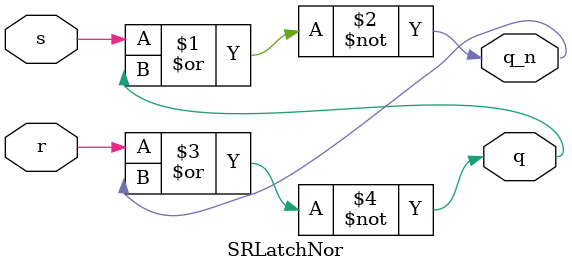
<source format=v>
`timescale 1ns / 1ps


module SRLatchNor(input wire s,
    input wire r,
    output wire q,
    output wire q_n);

    nor(q_n, s, q);
    nor(q, r, q_n);

endmodule

</source>
